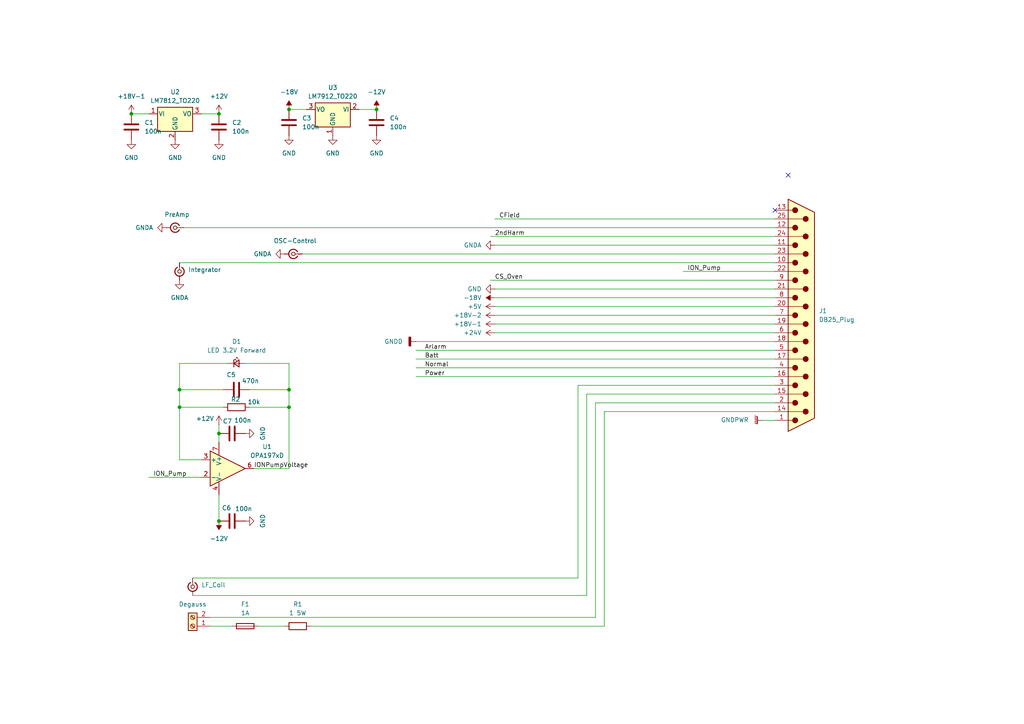
<source format=kicad_sch>
(kicad_sch (version 20231120) (generator "eeschema") (generator_version "8.0")
  (paper "A4")
  (lib_symbols
    (symbol "Amplifier_Operational:OPA197xD" (pin_names (offset 0.127))
      (property "Reference" "U" (at 0 6.35 0))
      (property "Value" "OPA197xD" (at 0 3.81 0))
      (symbol "OPA197xD_0_1"
        (polyline (pts (xy -5.08 5.08) (xy 5.08 0) (xy -5.08 -5.08) (xy -5.08 5.08)) (stroke (width 0.254)) (fill (type background)))
      )
      (symbol "OPA197xD_1_1"
        (pin no_connect line (at -2.54 2.54 270) (length 2.54) hide (name "NC") (number "1"))
        (pin input line (at -7.62 -2.54 0) (length 2.54) (name "-") (number "2"))
        (pin input line (at -7.62 2.54 0) (length 2.54) (name "+") (number "3"))
        (pin power_in line (at -2.54 -7.62 90) (length 3.81) (name "V-") (number "4"))
        (pin no_connect line (at 0 2.54 270) (length 2.54) hide (name "NC") (number "5"))
        (pin output line (at 7.62 0 180) (length 2.54) (name "~") (number "6"))
        (pin power_in line (at -2.54 7.62 270) (length 3.81) (name "V+") (number "7"))
        (pin no_connect line (at 0 -2.54 90) (length 2.54) hide (name "NC") (number "8"))
      )
    )
    (symbol "Connector:Conn_Coaxial_Small" (pin_numbers hide) (pin_names (offset 1.016) hide)
      (property "Reference" "J" (at 0.254 3.048 0))
      (property "Value" "Conn_Coaxial_Small" (at 0 -3.81 0))
      (symbol "Conn_Coaxial_Small_0_1"
        (polyline (pts (xy -2.54 0) (xy -0.508 0)))
        (circle (center 0 0) (radius 0.508) (stroke (width 0.2032)))
      )
      (symbol "Conn_Coaxial_Small_1_1"
        (arc (start -1.1916 -0.6311) (mid 0.327 -1.3081) (end 1.3484 0.0039) (stroke (width 0.3048)))
        (arc (start 1.3484 -0.0039) (mid 0.327 1.3081) (end -1.1916 0.6311) (stroke (width 0.3048)))
        (pin passive line (at -2.54 0 0) (length 1.27) (name "In") (number "1"))
        (pin passive line (at 2.54 0 180) (length 1.27) (name "Ext") (number "2"))
      )
    )
    (symbol "Connector:DB25_Plug" (pin_names (offset 1.016) hide)
      (property "Reference" "J" (at 0 34.29 0))
      (property "Value" "DB25_Plug" (at 0 -34.925 0))
      (symbol "DB25_Plug_0_1"
        (circle (center -1.778 -30.48) (radius 0.762) (fill (type outline)))
        (circle (center -1.778 -25.4) (radius 0.762) (fill (type outline)))
        (circle (center -1.778 -20.32) (radius 0.762) (fill (type outline)))
        (circle (center -1.778 -15.24) (radius 0.762) (fill (type outline)))
        (circle (center -1.778 -10.16) (radius 0.762) (fill (type outline)))
        (circle (center -1.778 -5.08) (radius 0.762) (fill (type outline)))
        (circle (center -1.778 0) (radius 0.762) (fill (type outline)))
        (circle (center -1.778 5.08) (radius 0.762) (fill (type outline)))
        (circle (center -1.778 10.16) (radius 0.762) (fill (type outline)))
        (circle (center -1.778 15.24) (radius 0.762) (fill (type outline)))
        (circle (center -1.778 20.32) (radius 0.762) (fill (type outline)))
        (circle (center -1.778 25.4) (radius 0.762) (fill (type outline)))
        (circle (center -1.778 30.48) (radius 0.762) (fill (type outline)))
        (polyline (pts (xy -3.81 -30.48) (xy -2.54 -30.48)))
        (polyline (pts (xy -3.81 -27.94) (xy 0.508 -27.94)))
        (polyline (pts (xy -3.81 -25.4) (xy -2.54 -25.4)))
        (polyline (pts (xy -3.81 -22.86) (xy 0.508 -22.86)))
        (polyline (pts (xy -3.81 -20.32) (xy -2.54 -20.32)))
        (polyline (pts (xy -3.81 -17.78) (xy 0.508 -17.78)))
        (polyline (pts (xy -3.81 -15.24) (xy -2.54 -15.24)))
        (polyline (pts (xy -3.81 -12.7) (xy 0.508 -12.7)))
        (polyline (pts (xy -3.81 -10.16) (xy -2.54 -10.16)))
        (polyline (pts (xy -3.81 -7.62) (xy 0.508 -7.62)))
        (polyline (pts (xy -3.81 -5.08) (xy -2.54 -5.08)))
        (polyline (pts (xy -3.81 -2.54) (xy 0.508 -2.54)))
        (polyline (pts (xy -3.81 0) (xy -2.54 0)))
        (polyline (pts (xy -3.81 2.54) (xy 0.508 2.54)))
        (polyline (pts (xy -3.81 5.08) (xy -2.54 5.08)))
        (polyline (pts (xy -3.81 7.62) (xy 0.508 7.62)))
        (polyline (pts (xy -3.81 10.16) (xy -2.54 10.16)))
        (polyline (pts (xy -3.81 12.7) (xy 0.508 12.7)))
        (polyline (pts (xy -3.81 15.24) (xy -2.54 15.24)))
        (polyline (pts (xy -3.81 17.78) (xy 0.508 17.78)))
        (polyline (pts (xy -3.81 20.32) (xy -2.54 20.32)))
        (polyline (pts (xy -3.81 22.86) (xy 0.508 22.86)))
        (polyline (pts (xy -3.81 25.4) (xy -2.54 25.4)))
        (polyline (pts (xy -3.81 27.94) (xy 0.508 27.94)))
        (polyline (pts (xy -3.81 30.48) (xy -2.54 30.48)))
        (polyline (pts (xy -3.81 -33.655) (xy 3.81 -29.845) (xy 3.81 29.845) (xy -3.81 33.655) (xy -3.81 -33.655)) (stroke (width 0.254)) (fill (type background)))
        (circle (center 1.27 -27.94) (radius 0.762) (fill (type outline)))
        (circle (center 1.27 -22.86) (radius 0.762) (fill (type outline)))
        (circle (center 1.27 -17.78) (radius 0.762) (fill (type outline)))
        (circle (center 1.27 -12.7) (radius 0.762) (fill (type outline)))
        (circle (center 1.27 -7.62) (radius 0.762) (fill (type outline)))
        (circle (center 1.27 -2.54) (radius 0.762) (fill (type outline)))
        (circle (center 1.27 2.54) (radius 0.762) (fill (type outline)))
        (circle (center 1.27 7.62) (radius 0.762) (fill (type outline)))
        (circle (center 1.27 12.7) (radius 0.762) (fill (type outline)))
        (circle (center 1.27 17.78) (radius 0.762) (fill (type outline)))
        (circle (center 1.27 22.86) (radius 0.762) (fill (type outline)))
        (circle (center 1.27 27.94) (radius 0.762) (fill (type outline)))
      )
      (symbol "DB25_Plug_1_1"
        (pin passive line (at -7.62 -30.48 0) (length 3.81) (name "1") (number "1"))
        (pin passive line (at -7.62 15.24 0) (length 3.81) (name "10") (number "10"))
        (pin passive line (at -7.62 20.32 0) (length 3.81) (name "11") (number "11"))
        (pin passive line (at -7.62 25.4 0) (length 3.81) (name "12") (number "12"))
        (pin passive line (at -7.62 30.48 0) (length 3.81) (name "13") (number "13"))
        (pin passive line (at -7.62 -27.94 0) (length 3.81) (name "P14") (number "14"))
        (pin passive line (at -7.62 -22.86 0) (length 3.81) (name "P15") (number "15"))
        (pin passive line (at -7.62 -17.78 0) (length 3.81) (name "P16") (number "16"))
        (pin passive line (at -7.62 -12.7 0) (length 3.81) (name "P17") (number "17"))
        (pin passive line (at -7.62 -7.62 0) (length 3.81) (name "P18") (number "18"))
        (pin passive line (at -7.62 -2.54 0) (length 3.81) (name "P19") (number "19"))
        (pin passive line (at -7.62 -25.4 0) (length 3.81) (name "2") (number "2"))
        (pin passive line (at -7.62 2.54 0) (length 3.81) (name "P20") (number "20"))
        (pin passive line (at -7.62 7.62 0) (length 3.81) (name "P21") (number "21"))
        (pin passive line (at -7.62 12.7 0) (length 3.81) (name "P22") (number "22"))
        (pin passive line (at -7.62 17.78 0) (length 3.81) (name "P23") (number "23"))
        (pin passive line (at -7.62 22.86 0) (length 3.81) (name "P24") (number "24"))
        (pin passive line (at -7.62 27.94 0) (length 3.81) (name "P25") (number "25"))
        (pin passive line (at -7.62 -20.32 0) (length 3.81) (name "3") (number "3"))
        (pin passive line (at -7.62 -15.24 0) (length 3.81) (name "4") (number "4"))
        (pin passive line (at -7.62 -10.16 0) (length 3.81) (name "5") (number "5"))
        (pin passive line (at -7.62 -5.08 0) (length 3.81) (name "6") (number "6"))
        (pin passive line (at -7.62 0 0) (length 3.81) (name "7") (number "7"))
        (pin passive line (at -7.62 5.08 0) (length 3.81) (name "8") (number "8"))
        (pin passive line (at -7.62 10.16 0) (length 3.81) (name "9") (number "9"))
      )
    )
    (symbol "Connector:Screw_Terminal_01x02" (pin_names (offset 1.016) hide)
      (property "Reference" "J" (at 0 2.54 0))
      (property "Value" "Screw_Terminal_01x02" (at 0 -5.08 0))
      (symbol "Screw_Terminal_01x02_1_1"
        (rectangle (start -1.27 1.27) (end 1.27 -3.81) (stroke (width 0.254)) (fill (type background)))
        (circle (center 0 -2.54) (radius 0.635) (stroke (width 0.1524)))
        (polyline (pts (xy -0.5334 -2.2098) (xy 0.3302 -3.048)) (stroke (width 0.1524)))
        (polyline (pts (xy -0.5334 0.3302) (xy 0.3302 -0.508)) (stroke (width 0.1524)))
        (polyline (pts (xy -0.3556 -2.032) (xy 0.508 -2.8702)) (stroke (width 0.1524)))
        (polyline (pts (xy -0.3556 0.508) (xy 0.508 -0.3302)) (stroke (width 0.1524)))
        (circle (center 0 0) (radius 0.635) (stroke (width 0.1524)))
        (pin passive line (at -5.08 0 0) (length 3.81) (name "Pin_1") (number "1"))
        (pin passive line (at -5.08 -2.54 0) (length 3.81) (name "Pin_2") (number "2"))
      )
    )
    (symbol "Device:C" (pin_numbers hide) (pin_names (offset 0.254))
      (property "Reference" "C" (at 0.635 2.54 0))
      (property "Value" "C" (at 0.635 -2.54 0))
      (symbol "C_0_1"
        (polyline (pts (xy -2.032 -0.762) (xy 2.032 -0.762)) (stroke (width 0.508)))
        (polyline (pts (xy -2.032 0.762) (xy 2.032 0.762)) (stroke (width 0.508)))
      )
      (symbol "C_1_1"
        (pin passive line (at 0 3.81 270) (length 2.794) (name "~") (number "1"))
        (pin passive line (at 0 -3.81 90) (length 2.794) (name "~") (number "2"))
      )
    )
    (symbol "Device:Fuse" (pin_numbers hide) (pin_names (offset 0))
      (property "Reference" "F" (at 2.032 0 90))
      (property "Value" "Fuse" (at -1.905 0 90))
      (symbol "Fuse_0_1"
        (rectangle (start -0.762 -2.54) (end 0.762 2.54) (stroke (width 0.254)))
        (polyline (pts (xy 0 2.54) (xy 0 -2.54)))
      )
      (symbol "Fuse_1_1"
        (pin passive line (at 0 3.81 270) (length 1.27) (name "~") (number "1"))
        (pin passive line (at 0 -3.81 90) (length 1.27) (name "~") (number "2"))
      )
    )
    (symbol "Device:LED_Small" (pin_numbers hide) (pin_names (offset 0.254) hide)
      (property "Reference" "D" (at -1.27 3.175 0))
      (property "Value" "LED_Small" (at -4.445 -2.54 0))
      (symbol "LED_Small_0_1"
        (polyline (pts (xy -0.762 -1.016) (xy -0.762 1.016)) (stroke (width 0.254)))
        (polyline (pts (xy 1.016 0) (xy -0.762 0)))
        (polyline (pts (xy 0.762 -1.016) (xy -0.762 0) (xy 0.762 1.016) (xy 0.762 -1.016)) (stroke (width 0.254)))
        (polyline (pts (xy 0 0.762) (xy -0.508 1.27) (xy -0.254 1.27) (xy -0.508 1.27) (xy -0.508 1.016)))
        (polyline (pts (xy 0.508 1.27) (xy 0 1.778) (xy 0.254 1.778) (xy 0 1.778) (xy 0 1.524)))
      )
      (symbol "LED_Small_1_1"
        (pin passive line (at -2.54 0 0) (length 1.778) (name "K") (number "1"))
        (pin passive line (at 2.54 0 180) (length 1.778) (name "A") (number "2"))
      )
    )
    (symbol "Device:R" (pin_numbers hide) (pin_names (offset 0))
      (property "Reference" "R" (at 2.032 0 90))
      (property "Value" "R" (at 0 0 90))
      (symbol "R_0_1"
        (rectangle (start -1.016 -2.54) (end 1.016 2.54) (stroke (width 0.254)))
      )
      (symbol "R_1_1"
        (pin passive line (at 0 3.81 270) (length 1.27) (name "~") (number "1"))
        (pin passive line (at 0 -3.81 90) (length 1.27) (name "~") (number "2"))
      )
    )
    (symbol "Regulator_Linear:LM7812_TO220" (pin_names (offset 0.254))
      (property "Reference" "U" (at -3.81 3.175 0))
      (property "Value" "LM7812_TO220" (at 0 3.175 0))
      (symbol "LM7812_TO220_0_1"
        (rectangle (start -5.08 1.905) (end 5.08 -5.08) (stroke (width 0.254)) (fill (type background)))
      )
      (symbol "LM7812_TO220_1_1"
        (pin power_in line (at -7.62 0 0) (length 2.54) (name "VI") (number "1"))
        (pin power_in line (at 0 -7.62 90) (length 2.54) (name "GND") (number "2"))
        (pin power_out line (at 7.62 0 180) (length 2.54) (name "VO") (number "3"))
      )
    )
    (symbol "Regulator_Linear:LM7912_TO220" (pin_names (offset 0.254))
      (property "Reference" "U" (at -3.81 -3.175 0))
      (property "Value" "LM7912_TO220" (at 0 -3.175 0))
      (symbol "LM7912_TO220_0_1"
        (rectangle (start -5.08 5.08) (end 5.08 -1.905) (stroke (width 0.254)) (fill (type background)))
      )
      (symbol "LM7912_TO220_1_1"
        (pin power_in line (at 0 7.62 270) (length 2.54) (name "GND") (number "1"))
        (pin power_in line (at -7.62 0 0) (length 2.54) (name "VI") (number "2"))
        (pin power_out line (at 7.62 0 180) (length 2.54) (name "VO") (number "3"))
      )
    )
    (symbol "power:+15V" (power) (pin_numbers hide) (pin_names (offset 0) hide)
      (property "Value" "+15V" (at 0 3.556 0))
      (symbol "+15V_0_1"
        (polyline (pts (xy -0.762 1.27) (xy 0 2.54)))
        (polyline (pts (xy 0 0) (xy 0 2.54)))
        (polyline (pts (xy 0 2.54) (xy 0.762 1.27)))
      )
      (symbol "+15V_1_1"
        (pin power_in line (at 0 0 90) (length 0) (name "~") (number "1"))
      )
    )
    (symbol "power:+24V" (power) (pin_numbers hide) (pin_names (offset 0) hide)
      (property "Value" "+24V" (at 0 3.556 0))
      (symbol "+24V_0_1"
        (polyline (pts (xy -0.762 1.27) (xy 0 2.54)))
        (polyline (pts (xy 0 0) (xy 0 2.54)))
        (polyline (pts (xy 0 2.54) (xy 0.762 1.27)))
      )
      (symbol "+24V_1_1"
        (pin power_in line (at 0 0 90) (length 0) (name "~") (number "1"))
      )
    )
    (symbol "power:+5V" (power) (pin_numbers hide) (pin_names (offset 0) hide)
      (property "Value" "+5V" (at 0 3.556 0))
      (symbol "+5V_0_1"
        (polyline (pts (xy -0.762 1.27) (xy 0 2.54)))
        (polyline (pts (xy 0 0) (xy 0 2.54)))
        (polyline (pts (xy 0 2.54) (xy 0.762 1.27)))
      )
      (symbol "+5V_1_1"
        (pin power_in line (at 0 0 90) (length 0) (name "~") (number "1"))
      )
    )
    (symbol "power:-15V" (power) (pin_numbers hide) (pin_names (offset 0) hide)
      (property "Value" "-15V" (at 0 3.556 0))
      (symbol "-15V_0_0"
        (pin power_in line (at 0 0 90) (length 0) (name "~") (number "1"))
      )
      (symbol "-15V_0_1"
        (polyline (pts (xy 0 0) (xy 0 1.27) (xy 0.762 1.27) (xy 0 2.54) (xy -0.762 1.27) (xy 0 1.27)) (fill (type outline)))
      )
    )
    (symbol "power:GND" (power) (pin_numbers hide) (pin_names (offset 0) hide)
      (property "Value" "GND" (at 0 -3.81 0))
      (symbol "GND_0_1"
        (polyline (pts (xy 0 0) (xy 0 -1.27) (xy 1.27 -1.27) (xy 0 -2.54) (xy -1.27 -1.27) (xy 0 -1.27)))
      )
      (symbol "GND_1_1"
        (pin power_in line (at 0 0 270) (length 0) (name "~") (number "1"))
      )
    )
    (symbol "power:GNDA" (power) (pin_numbers hide) (pin_names (offset 0) hide)
      (property "Value" "GNDA" (at 0 -3.81 0))
      (symbol "GNDA_0_1"
        (polyline (pts (xy 0 0) (xy 0 -1.27) (xy 1.27 -1.27) (xy 0 -2.54) (xy -1.27 -1.27) (xy 0 -1.27)))
      )
      (symbol "GNDA_1_1"
        (pin power_in line (at 0 0 270) (length 0) (name "~") (number "1"))
      )
    )
    (symbol "power:GNDD" (power) (pin_numbers hide) (pin_names (offset 0) hide)
      (property "Value" "GNDD" (at 0 -3.175 0))
      (symbol "GNDD_0_1"
        (rectangle (start -1.27 -1.524) (end 1.27 -2.032) (stroke (width 0.254)) (fill (type outline)))
        (polyline (pts (xy 0 0) (xy 0 -1.524)))
      )
      (symbol "GNDD_1_1"
        (pin power_in line (at 0 0 270) (length 0) (name "~") (number "1"))
      )
    )
    (symbol "power:GNDPWR" (power) (pin_numbers hide) (pin_names (offset 0) hide)
      (property "Value" "GNDPWR" (at 0 -3.302 0))
      (symbol "GNDPWR_0_1"
        (polyline (pts (xy 0 -1.27) (xy 0 0)))
        (polyline (pts (xy -1.016 -1.27) (xy -1.27 -2.032) (xy -1.27 -2.032)) (stroke (width 0.2032)))
        (polyline (pts (xy -0.508 -1.27) (xy -0.762 -2.032) (xy -0.762 -2.032)) (stroke (width 0.2032)))
        (polyline (pts (xy 0 -1.27) (xy -0.254 -2.032) (xy -0.254 -2.032)) (stroke (width 0.2032)))
        (polyline (pts (xy 0.508 -1.27) (xy 0.254 -2.032) (xy 0.254 -2.032)) (stroke (width 0.2032)))
        (polyline (pts (xy 1.016 -1.27) (xy -1.016 -1.27) (xy -1.016 -1.27)) (stroke (width 0.2032)))
        (polyline (pts (xy 1.016 -1.27) (xy 0.762 -2.032) (xy 0.762 -2.032) (xy 0.762 -2.032)) (stroke (width 0.2032)))
      )
      (symbol "GNDPWR_1_1"
        (pin power_in line (at 0 0 270) (length 0) (name "~") (number "1"))
      )
    )
  )
  (junction (at 83.82 113.03))
  (junction (at 83.82 118.11))
  (junction (at 52.07 118.11))
  (junction (at 52.07 113.03))
  (junction (at 63.5 151.13))
  (junction (at 63.5 33.02))
  (junction (at 63.5 125.73))
  (junction (at 38.1 33.02))
  (junction (at 83.82 31.75))
  (junction (at 109.22 31.75))
  (no_connect (at 228.6 50.8))
  (no_connect (at 224.79 60.96))
  (wire (pts (xy 58.42 133.35) (xy 52.07 133.35)))
  (wire (pts (xy 53.34 66.04) (xy 224.79 66.04)))
  (wire (pts (xy 142.24 81.28) (xy 224.79 81.28)))
  (wire (pts (xy 52.07 76.2) (xy 224.79 76.2)))
  (wire (pts (xy 63.5 151.13) (xy 63.5 143.51)))
  (wire (pts (xy 43.18 138.43) (xy 58.42 138.43)))
  (wire (pts (xy 172.72 179.07) (xy 60.96 179.07)))
  (wire (pts (xy 63.5 125.73) (xy 63.5 128.27)))
  (wire (pts (xy 120.65 99.06) (xy 224.79 99.06)))
  (wire (pts (xy 71.12 105.41) (xy 83.82 105.41)))
  (wire (pts (xy 143.51 63.5) (xy 224.79 63.5)))
  (wire (pts (xy 52.07 113.03) (xy 52.07 118.11)))
  (wire (pts (xy 120.65 104.14) (xy 224.79 104.14)))
  (wire (pts (xy 142.24 68.58) (xy 224.79 68.58)))
  (wire (pts (xy 120.65 101.6) (xy 224.79 101.6)))
  (wire (pts (xy 72.39 113.03) (xy 83.82 113.03)))
  (wire (pts (xy 83.82 31.75) (xy 88.9 31.75)))
  (wire (pts (xy 83.82 105.41) (xy 83.82 113.03)))
  (wire (pts (xy 120.65 109.22) (xy 224.79 109.22)))
  (wire (pts (xy 198.12 78.74) (xy 224.79 78.74)))
  (wire (pts (xy 74.93 181.61) (xy 82.55 181.61)))
  (wire (pts (xy 52.07 133.35) (xy 52.07 118.11)))
  (wire (pts (xy 143.51 71.12) (xy 224.79 71.12)))
  (wire (pts (xy 66.04 105.41) (xy 52.07 105.41)))
  (wire (pts (xy 224.79 116.84) (xy 172.72 116.84)))
  (wire (pts (xy 170.18 114.3) (xy 170.18 172.72)))
  (wire (pts (xy 83.82 113.03) (xy 83.82 118.11)))
  (wire (pts (xy 83.82 135.89) (xy 83.82 118.11)))
  (wire (pts (xy 143.51 83.82) (xy 224.79 83.82)))
  (wire (pts (xy 224.79 114.3) (xy 170.18 114.3)))
  (wire (pts (xy 172.72 116.84) (xy 172.72 179.07)))
  (wire (pts (xy 87.63 73.66) (xy 224.79 73.66)))
  (wire (pts (xy 143.51 96.52) (xy 224.79 96.52)))
  (wire (pts (xy 143.51 93.98) (xy 224.79 93.98)))
  (wire (pts (xy 73.66 135.89) (xy 83.82 135.89)))
  (wire (pts (xy 167.64 111.76) (xy 224.79 111.76)))
  (wire (pts (xy 143.51 91.44) (xy 224.79 91.44)))
  (wire (pts (xy 104.14 31.75) (xy 109.22 31.75)))
  (wire (pts (xy 60.96 181.61) (xy 67.31 181.61)))
  (wire (pts (xy 55.88 167.64) (xy 167.64 167.64)))
  (wire (pts (xy 52.07 118.11) (xy 64.77 118.11)))
  (wire (pts (xy 175.26 181.61) (xy 175.26 119.38)))
  (wire (pts (xy 143.51 86.36) (xy 224.79 86.36)))
  (wire (pts (xy 52.07 105.41) (xy 52.07 113.03)))
  (wire (pts (xy 38.1 33.02) (xy 43.18 33.02)))
  (wire (pts (xy 120.65 106.68) (xy 224.79 106.68)))
  (wire (pts (xy 90.17 181.61) (xy 175.26 181.61)))
  (wire (pts (xy 55.88 172.72) (xy 170.18 172.72)))
  (wire (pts (xy 143.51 88.9) (xy 224.79 88.9)))
  (wire (pts (xy 64.77 113.03) (xy 52.07 113.03)))
  (wire (pts (xy 167.64 167.64) (xy 167.64 111.76)))
  (wire (pts (xy 58.42 33.02) (xy 63.5 33.02)))
  (wire (pts (xy 175.26 119.38) (xy 224.79 119.38)))
  (wire (pts (xy 72.39 118.11) (xy 83.82 118.11)))
  (wire (pts (xy 220.98 121.92) (xy 224.79 121.92)))
  (wire (pts (xy 63.5 123.19) (xy 63.5 125.73)))
  (label "ION_Pump" (at 199.39 78.74 0))
  (label "IONPumpVoltage" (at 73.66 135.89 0))
  (label "Power" (at 123.19 109.22 0))
  (label "CField" (at 144.78 63.5 0))
  (label "Arlarm" (at 123.19 101.6 0))
  (label "ION_Pump" (at 44.45 138.43 0))
  (label "CS_Oven" (at 143.51 81.28 0))
  (label "Normal" (at 123.19 106.68 0))
  (label "Batt" (at 123.19 104.14 0))
  (label "2ndHarm" (at 143.51 68.58 0))
  (symbol (lib_id "power:GNDD") (at 120.65 99.06 270) (unit 1)
    (property "Reference" "#PWR03" (effects (hide yes)))
    (property "Value" "GNDD" (at 116.84 99.0599 90) (effects (justify right)))
    (property "Description" "Power symbol creates a global label with name \"GNDD\" , digital ground" (effects (hide yes)))
  )
  (symbol (lib_id "Device:C") (at 63.5 36.83 0) (unit 1)
    (property "Reference" "C2" (at 67.31 35.5599 0) (effects (justify left)))
    (property "Value" "100n" (at 67.31 38.0999 0) (effects (justify left)))
    (property "Footprint" "Capacitor_SMD:C_0805_2012Metric_Pad1.18x1.45mm_HandSolder" (effects (hide yes)))
    (property "Description" "Unpolarized capacitor" (effects (hide yes)))
  )
  (symbol (lib_id "power:-15V") (at 109.22 31.75 0) (unit 1)
    (property "Reference" "#PWR018" (effects (hide yes)))
    (property "Value" "-12V" (at 109.22 26.67 0))
    (property "Description" "Power symbol creates a global label with name \"-15V\"" (effects (hide yes)))
  )
  (symbol (lib_id "Regulator_Linear:LM7912_TO220") (at 96.52 31.75 180) (unit 1)
    (property "Reference" "U3" (at 96.52 25.4 0))
    (property "Value" "LM7912_TO220" (at 96.52 27.94 0))
    (property "Footprint" "Package_TO_SOT_THT:TO-220-3_Vertical" (effects (hide yes)))
    (property "Datasheet" "hhttps://www.onsemi.com/pub/Collateral/MC7900-D.PDF" (effects (hide yes)))
    (property "Description" "Negative 1A 35V Linear Regulator, Fixed Output 12V, TO-220" (effects (hide yes)))
  )
  (symbol (lib_id "power:GNDA") (at 82.55 73.66 270) (unit 1)
    (property "Reference" "#PWR011" (effects (hide yes)))
    (property "Value" "GNDA" (at 78.74 73.6599 90) (effects (justify right)))
    (property "Description" "Power symbol creates a global label with name \"GNDA\" , analog ground" (effects (hide yes)))
  )
  (symbol (lib_id "Device:C") (at 67.31 125.73 90) (unit 1)
    (property "Reference" "C7" (at 67.31 122.174 90) (effects (justify left)))
    (property "Value" "100n" (at 72.898 121.92 90) (effects (justify left)))
    (property "Footprint" "Capacitor_SMD:C_0805_2012Metric_Pad1.18x1.45mm_HandSolder" (effects (hide yes)))
    (property "Description" "Unpolarized capacitor" (effects (hide yes)))
  )
  (symbol (lib_id "Device:R") (at 86.36 181.61 270) (unit 1)
    (property "Reference" "R1" (at 86.36 175.26 90))
    (property "Value" "1 5W" (at 86.36 177.8 90))
    (property "Footprint" "Resistor_THT:R_Axial_Power_L25.0mm_W6.4mm_P30.48mm" (effects (hide yes)))
    (property "Description" "Resistor" (effects (hide yes)))
  )
  (symbol (lib_id "Device:LED_Small") (at 68.58 105.41 0) (unit 1)
    (property "Reference" "D1" (at 68.6435 99.06 0))
    (property "Value" "LED 3.2V Forward" (at 68.6435 101.6 0))
    (property "Footprint" "LED_THT:LED_D3.0mm_Clear" (effects (hide yes)))
    (property "Description" "Light emitting diode, small symbol" (effects (hide yes)))
  )
  (symbol (lib_id "Device:C") (at 109.22 35.56 0) (unit 1)
    (property "Reference" "C4" (at 113.03 34.2899 0) (effects (justify left)))
    (property "Value" "100n" (at 113.03 36.8299 0) (effects (justify left)))
    (property "Footprint" "Capacitor_SMD:C_0805_2012Metric_Pad1.18x1.45mm_HandSolder" (effects (hide yes)))
    (property "Description" "Unpolarized capacitor" (effects (hide yes)))
  )
  (symbol (lib_id "power:GNDA") (at 48.26 66.04 270) (unit 1)
    (property "Reference" "#PWR012" (effects (hide yes)))
    (property "Value" "GNDA" (at 44.45 66.0399 90) (effects (justify right)))
    (property "Description" "Power symbol creates a global label with name \"GNDA\" , analog ground" (effects (hide yes)))
  )
  (symbol (lib_id "Connector:DB25_Plug") (at 232.41 91.44 0) (unit 1)
    (property "Reference" "J1" (at 237.49 90.1699 0) (effects (justify left)))
    (property "Value" "DB25_Plug" (at 237.49 92.7099 0) (effects (justify left)))
    (property "Footprint" "Connector_Dsub:DSUB-25_Male_Horizontal_P2.77x2.54mm_EdgePinOffset9.40mm" (effects (hide yes)))
    (property "Datasheet" " ~" (effects (hide yes)))
    (property "Description" "25-pin male plug pin D-SUB connector" (effects (hide yes)))
  )
  (symbol (lib_id "power:+15V") (at 63.5 33.02 0) (unit 1)
    (property "Reference" "#PWR015" (effects (hide yes)))
    (property "Value" "+12V" (at 63.5 27.94 0))
    (property "Description" "Power symbol creates a global label with name \"+15V\"" (effects (hide yes)))
  )
  (symbol (lib_id "power:+15V") (at 63.5 123.19 0) (unit 1)
    (property "Reference" "#PWR024" (effects (hide yes)))
    (property "Value" "+12V" (at 59.436 121.412 0))
    (property "Description" "Power symbol creates a global label with name \"+15V\"" (effects (hide yes)))
  )
  (symbol (lib_id "Connector:Conn_Coaxial_Small") (at 52.07 78.74 270) (unit 1)
    (property "Reference" "Integrator" (at 54.61 78.2203 90) (effects (justify left)))
    (property "Value" "Conn_Coaxial_Small" (effects (hide yes)))
    (property "Footprint" "Connector_Coaxial:SMA_Amphenol_901-143_Horizontal" (effects (hide yes)))
    (property "Datasheet" " ~" (effects (hide yes)))
    (property "Description" "small coaxial connector (BNC, SMA, SMB, SMC, Cinch/RCA, LEMO, ...)" (effects (hide yes)))
  )
  (symbol (lib_id "power:GND") (at 50.8 40.64 0) (unit 1)
    (property "Reference" "#PWR014" (effects (hide yes)))
    (property "Value" "GND" (at 50.8 45.72 0))
    (property "Description" "Power symbol creates a global label with name \"GND\" , ground" (effects (hide yes)))
  )
  (symbol (lib_id "power:GND") (at 71.12 125.73 90) (unit 1)
    (property "Reference" "#PWR026" (effects (hide yes)))
    (property "Value" "GND" (at 76.2 125.73 0))
    (property "Description" "Power symbol creates a global label with name \"GND\" , ground" (effects (hide yes)))
  )
  (symbol (lib_id "Device:Fuse") (at 71.12 181.61 90) (unit 1)
    (property "Reference" "F1" (at 71.12 175.26 90))
    (property "Value" "1A" (at 71.12 177.8 90))
    (property "Footprint" "Fuse:Fuseholder_Clip-5x20mm_Bel_FC-203-22_Lateral_P17.80x5.00mm_D1.17mm_Horizontal" (effects (hide yes)))
    (property "Description" "Fuse" (effects (hide yes)))
  )
  (symbol (lib_id "Device:R") (at 68.58 118.11 270) (unit 1)
    (property "Reference" "R2" (at 68.326 115.824 90))
    (property "Value" "10k" (at 73.66 116.586 90))
    (property "Footprint" "Resistor_SMD:R_0805_2012Metric" (effects (hide yes)))
    (property "Description" "Resistor" (effects (hide yes)))
  )
  (symbol (lib_id "Connector:Conn_Coaxial_Small") (at 50.8 66.04 180) (unit 1)
    (property "Reference" "PreAmp" (at 51.3195 62.23 0))
    (property "Value" "Conn_Coaxial_Small" (effects (hide yes)))
    (property "Footprint" "Connector_Coaxial:SMA_Amphenol_901-143_Horizontal" (effects (hide yes)))
    (property "Datasheet" " ~" (effects (hide yes)))
    (property "Description" "small coaxial connector (BNC, SMA, SMB, SMC, Cinch/RCA, LEMO, ...)" (effects (hide yes)))
  )
  (symbol (lib_id "power:+15V") (at 38.1 33.02 0) (unit 1)
    (property "Reference" "#PWR013" (effects (hide yes)))
    (property "Value" "+18V-1" (at 38.1 27.94 0))
    (property "Description" "Power symbol creates a global label with name \"+15V\"" (effects (hide yes)))
  )
  (symbol (lib_id "Regulator_Linear:LM7812_TO220") (at 50.8 33.02 0) (unit 1)
    (property "Reference" "U2" (at 50.8 26.67 0))
    (property "Value" "LM7812_TO220" (at 50.8 29.21 0))
    (property "Footprint" "Package_TO_SOT_THT:TO-220-3_Vertical" (effects (hide yes)))
    (property "Datasheet" "https://www.onsemi.cn/PowerSolutions/document/MC7800-D.PDF" (effects (hide yes)))
    (property "Description" "Positive 1A 35V Linear Regulator, Fixed Output 12V, TO-220" (effects (hide yes)))
  )
  (symbol (lib_id "Connector:Conn_Coaxial_Small") (at 55.88 170.18 270) (unit 1)
    (property "Reference" "LF_Coil" (at 58.42 169.6603 90) (effects (justify left)))
    (property "Value" "Conn_Coaxial_Small" (effects (hide yes)))
    (property "Footprint" "Connector_Coaxial:SMA_Amphenol_901-143_Horizontal" (effects (hide yes)))
    (property "Datasheet" " ~" (effects (hide yes)))
    (property "Description" "small coaxial connector (BNC, SMA, SMB, SMC, Cinch/RCA, LEMO, ...)" (effects (hide yes)))
  )
  (symbol (lib_id "power:GNDA") (at 52.07 81.28 0) (unit 1)
    (property "Reference" "#PWR010" (effects (hide yes)))
    (property "Value" "GNDA" (at 52.07 86.36 0))
    (property "Description" "Power symbol creates a global label with name \"GNDA\" , analog ground" (effects (hide yes)))
  )
  (symbol (lib_id "Connector:Conn_Coaxial_Small") (at 85.09 73.66 180) (unit 1)
    (property "Reference" "OSC-Control" (at 85.6095 69.85 0))
    (property "Value" "Conn_Coaxial_Small" (effects (hide yes)))
    (property "Footprint" "Connector_Coaxial:SMA_Amphenol_901-143_Horizontal" (effects (hide yes)))
    (property "Datasheet" " ~" (effects (hide yes)))
    (property "Description" "small coaxial connector (BNC, SMA, SMB, SMC, Cinch/RCA, LEMO, ...)" (effects (hide yes)))
  )
  (symbol (lib_id "Device:C") (at 67.31 151.13 90) (unit 1)
    (property "Reference" "C6" (at 67.056 147.32 90) (effects (justify left)))
    (property "Value" "100n" (at 73.152 147.574 90) (effects (justify left)))
    (property "Footprint" "Capacitor_SMD:C_0805_2012Metric_Pad1.18x1.45mm_HandSolder" (effects (hide yes)))
    (property "Description" "Unpolarized capacitor" (effects (hide yes)))
  )
  (symbol (lib_id "Device:C") (at 83.82 35.56 0) (unit 1)
    (property "Reference" "C3" (at 87.63 34.2899 0) (effects (justify left)))
    (property "Value" "100n" (at 87.63 36.8299 0) (effects (justify left)))
    (property "Footprint" "Capacitor_SMD:C_0805_2012Metric_Pad1.18x1.45mm_HandSolder" (effects (hide yes)))
    (property "Description" "Unpolarized capacitor" (effects (hide yes)))
  )
  (symbol (lib_id "Device:C") (at 68.58 113.03 90) (unit 1)
    (property "Reference" "C5" (at 67.056 108.712 90))
    (property "Value" "470n" (at 72.644 110.49 90))
    (property "Footprint" "Capacitor_SMD:C_0805_2012Metric_Pad1.18x1.45mm_HandSolder" (effects (hide yes)))
    (property "Description" "Unpolarized capacitor" (effects (hide yes)))
  )
  (symbol (lib_id "power:GND") (at 143.51 83.82 270) (unit 1)
    (property "Reference" "#PWR01" (effects (hide yes)))
    (property "Value" "GND" (at 139.7 83.8199 90) (effects (justify right)))
    (property "Description" "Power symbol creates a global label with name \"GND\" , ground" (effects (hide yes)))
  )
  (symbol (lib_id "power:+15V") (at 143.51 91.44 90) (unit 1)
    (property "Reference" "#PWR05" (effects (hide yes)))
    (property "Value" "+18V-2" (at 139.7 91.4399 90) (effects (justify left)))
    (property "Description" "Power symbol creates a global label with name \"+15V\"" (effects (hide yes)))
  )
  (symbol (lib_id "power:GND") (at 71.12 151.13 90) (unit 1)
    (property "Reference" "#PWR025" (effects (hide yes)))
    (property "Value" "GND" (at 76.2 151.13 0))
    (property "Description" "Power symbol creates a global label with name \"GND\" , ground" (effects (hide yes)))
  )
  (symbol (lib_id "power:GND") (at 38.1 40.64 0) (unit 1)
    (property "Reference" "#PWR017" (effects (hide yes)))
    (property "Value" "GND" (at 38.1 45.72 0))
    (property "Description" "Power symbol creates a global label with name \"GND\" , ground" (effects (hide yes)))
  )
  (symbol (lib_id "Connector:Screw_Terminal_01x02") (at 55.88 181.61 180) (unit 1)
    (property "Reference" "Degauss" (at 55.88 175.26 0))
    (property "Value" "Screw_Terminal_01x02" (effects (hide yes)))
    (property "Footprint" "TerminalBlock:TerminalBlock_Altech_AK300-2_P5.00mm" (effects (hide yes)))
    (property "Description" "Generic screw terminal, single row, 01x02, script generated (kicad-library-utils/schlib/autogen/connector/)" (effects (hide yes)))
  )
  (symbol (lib_id "power:-15V") (at 143.51 86.36 90) (unit 1)
    (property "Reference" "#PWR08" (effects (hide yes)))
    (property "Value" "-18V" (at 139.7 86.3599 90) (effects (justify left)))
    (property "Description" "Power symbol creates a global label with name \"-15V\"" (effects (hide yes)))
  )
  (symbol (lib_id "power:+5V") (at 143.51 88.9 90) (unit 1)
    (property "Reference" "#PWR07" (effects (hide yes)))
    (property "Value" "+5V" (at 139.7 88.8999 90) (effects (justify left)))
    (property "Description" "Power symbol creates a global label with name \"+5V\"" (effects (hide yes)))
  )
  (symbol (lib_id "power:-15V") (at 63.5 151.13 180) (unit 1)
    (property "Reference" "#PWR021" (effects (hide yes)))
    (property "Value" "-12V" (at 63.5 156.21 0))
    (property "Description" "Power symbol creates a global label with name \"-15V\"" (effects (hide yes)))
  )
  (symbol (lib_id "power:GND") (at 83.82 39.37 0) (unit 1)
    (property "Reference" "#PWR019" (effects (hide yes)))
    (property "Value" "GND" (at 83.82 44.45 0))
    (property "Description" "Power symbol creates a global label with name \"GND\" , ground" (effects (hide yes)))
  )
  (symbol (lib_id "power:GNDA") (at 143.51 71.12 270) (unit 1)
    (property "Reference" "#PWR02" (effects (hide yes)))
    (property "Value" "GNDA" (at 139.7 71.1199 90) (effects (justify right)))
    (property "Description" "Power symbol creates a global label with name \"GNDA\" , analog ground" (effects (hide yes)))
  )
  (symbol (lib_id "power:+24V") (at 143.51 96.52 90) (unit 1)
    (property "Reference" "#PWR04" (effects (hide yes)))
    (property "Value" "+24V" (at 139.7 96.5199 90) (effects (justify left)))
    (property "Description" "Power symbol creates a global label with name \"+24V\"" (effects (hide yes)))
  )
  (symbol (lib_id "power:GND") (at 109.22 39.37 0) (unit 1)
    (property "Reference" "#PWR022" (effects (hide yes)))
    (property "Value" "GND" (at 109.22 44.45 0))
    (property "Description" "Power symbol creates a global label with name \"GND\" , ground" (effects (hide yes)))
  )
  (symbol (lib_id "power:+15V") (at 143.51 93.98 90) (unit 1)
    (property "Reference" "#PWR06" (effects (hide yes)))
    (property "Value" "+18V-1" (at 139.7 93.9799 90) (effects (justify left)))
    (property "Description" "Power symbol creates a global label with name \"+15V\"" (effects (hide yes)))
  )
  (symbol (lib_id "power:GND") (at 96.52 39.37 0) (unit 1)
    (property "Reference" "#PWR020" (effects (hide yes)))
    (property "Value" "GND" (at 96.52 44.45 0))
    (property "Description" "Power symbol creates a global label with name \"GND\" , ground" (effects (hide yes)))
  )
  (symbol (lib_id "power:GNDPWR") (at 220.98 121.92 270) (unit 1)
    (property "Reference" "#PWR09" (effects (hide yes)))
    (property "Value" "GNDPWR" (at 217.17 121.7929 90) (effects (justify right)))
    (property "Description" "Power symbol creates a global label with name \"GNDPWR\" , global ground" (effects (hide yes)))
  )
  (symbol (lib_id "power:-15V") (at 83.82 31.75 0) (unit 1)
    (property "Reference" "#PWR023" (effects (hide yes)))
    (property "Value" "-18V" (at 83.82 26.67 0))
    (property "Description" "Power symbol creates a global label with name \"-15V\"" (effects (hide yes)))
  )
  (symbol (lib_id "Amplifier_Operational:OPA197xD") (at 66.04 135.89 0) (unit 1)
    (property "Reference" "U1" (at 77.47 129.5714 0))
    (property "Value" "OPA197xD" (at 77.47 132.1114 0))
    (property "Footprint" "Package_SO:SOIC-8_3.9x4.9mm_P1.27mm" (effects (hide yes)))
    (property "Datasheet" "http://www.ti.com/lit/ds/symlink/opa197.pdf" (effects (hide yes)))
    (property "Description" "Single 36V, Precision, Rail-to-Rail Input/Output, Low Offset Voltage, Operational Amplifier, SOIC-8" (effects (hide yes)))
  )
  (symbol (lib_id "power:GND") (at 63.5 40.64 0) (unit 1)
    (property "Reference" "#PWR016" (effects (hide yes)))
    (property "Value" "GND" (at 63.5 45.72 0))
    (property "Description" "Power symbol creates a global label with name \"GND\" , ground" (effects (hide yes)))
  )
  (symbol (lib_id "Device:C") (at 38.1 36.83 0) (unit 1)
    (property "Reference" "C1" (at 41.91 35.5599 0) (effects (justify left)))
    (property "Value" "100n" (at 41.91 38.0999 0) (effects (justify left)))
    (property "Footprint" "Capacitor_SMD:C_0805_2012Metric_Pad1.18x1.45mm_HandSolder" (effects (hide yes)))
    (property "Description" "Unpolarized capacitor" (effects (hide yes)))
  )
)
</source>
